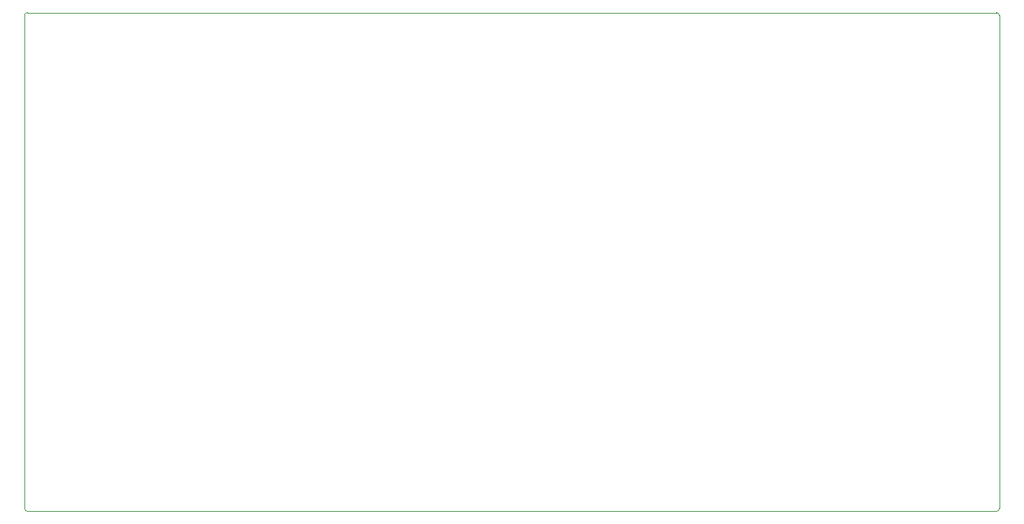
<source format=gbr>
%TF.GenerationSoftware,KiCad,Pcbnew,(5.1.10-1-10_14)*%
%TF.CreationDate,2021-08-29T23:03:25+08:00*%
%TF.ProjectId,SMP v.2,534d5020-762e-4322-9e6b-696361645f70,rev?*%
%TF.SameCoordinates,Original*%
%TF.FileFunction,Profile,NP*%
%FSLAX46Y46*%
G04 Gerber Fmt 4.6, Leading zero omitted, Abs format (unit mm)*
G04 Created by KiCad (PCBNEW (5.1.10-1-10_14)) date 2021-08-29 23:03:25*
%MOMM*%
%LPD*%
G01*
G04 APERTURE LIST*
%TA.AperFunction,Profile*%
%ADD10C,0.050000*%
%TD*%
G04 APERTURE END LIST*
D10*
X156052520Y-83629500D02*
G75*
G02*
X155727400Y-83954620I-325120J0D01*
G01*
X155727400Y-25214580D02*
G75*
G02*
X156052520Y-25539700I0J-325120D01*
G01*
X41366440Y-25539700D02*
G75*
G02*
X41691560Y-25214580I325120J0D01*
G01*
X41689020Y-83957160D02*
G75*
G02*
X41363900Y-83632040I0J325120D01*
G01*
X41366440Y-25539700D02*
X41363900Y-83632040D01*
X155727400Y-25214580D02*
X41691560Y-25214580D01*
X156052520Y-83629500D02*
X156052520Y-25539700D01*
X41689020Y-83957160D02*
X155727400Y-83954620D01*
M02*

</source>
